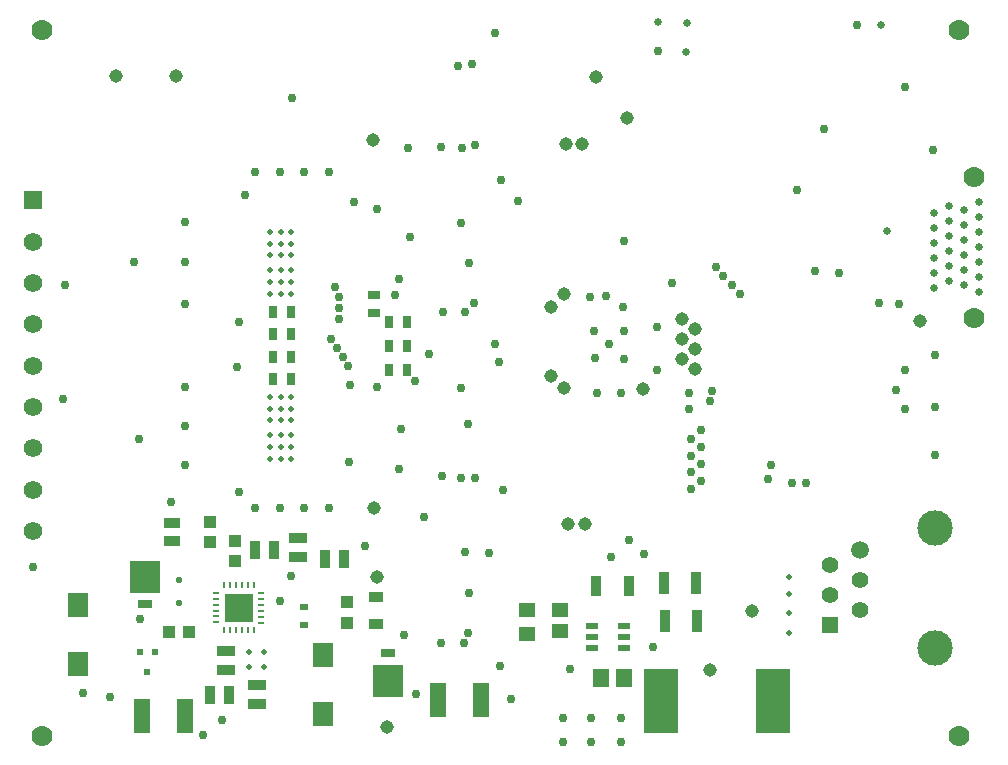
<source format=gbs>
G04*
G04 #@! TF.GenerationSoftware,Altium Limited,Altium Designer,22.0.2 (36)*
G04*
G04 Layer_Color=16711935*
%FSLAX24Y24*%
%MOIN*%
G70*
G04*
G04 #@! TF.SameCoordinates,DE06566D-9B10-4468-8ADE-4E205E6E5B4C*
G04*
G04*
G04 #@! TF.FilePolarity,Negative*
G04*
G01*
G75*
%ADD24R,0.0394X0.0315*%
%ADD36R,0.0576X0.0494*%
%ADD38R,0.0354X0.0748*%
%ADD42R,0.0554X0.0615*%
%ADD43R,0.0374X0.0669*%
%ADD44R,0.0433X0.0236*%
%ADD63C,0.0700*%
%ADD64C,0.0200*%
%ADD65C,0.0260*%
%ADD66C,0.1181*%
%ADD67C,0.0591*%
%ADD68C,0.0551*%
%ADD69R,0.0551X0.0551*%
%ADD70C,0.0617*%
%ADD71R,0.0617X0.0617*%
%ADD72C,0.0300*%
%ADD73C,0.0450*%
%ADD74C,0.0220*%
%ADD93R,0.0315X0.0394*%
%ADD94R,0.0551X0.1142*%
%ADD95R,0.0500X0.0300*%
%ADD96R,0.1000X0.1051*%
%ADD97R,0.0236X0.0236*%
%ADD98R,0.0669X0.0787*%
%ADD99R,0.0315X0.0197*%
%ADD100R,0.0098X0.0236*%
%ADD101R,0.0236X0.0098*%
%ADD102R,0.0965X0.0965*%
%ADD103R,0.0374X0.0591*%
%ADD104R,0.0591X0.0374*%
%ADD105R,0.0394X0.0394*%
%ADD106R,0.0394X0.0394*%
%ADD107R,0.0531X0.0374*%
%ADD108R,0.0512X0.0354*%
%ADD109R,0.1181X0.2165*%
%ADD110R,0.0536X0.0455*%
D24*
X26200Y24255D02*
D03*
Y24845D02*
D03*
D36*
X31300Y14357D02*
D03*
Y13550D02*
D03*
D38*
X36950Y15250D02*
D03*
X35887D02*
D03*
X35900Y14000D02*
D03*
X36963D02*
D03*
D42*
X34525Y12100D02*
D03*
X33775D02*
D03*
D43*
X34700Y15150D02*
D03*
X33598D02*
D03*
D44*
X34550Y13076D02*
D03*
X33487D02*
D03*
Y13446D02*
D03*
X34550Y13824D02*
D03*
X33487D02*
D03*
X34550Y13450D02*
D03*
D63*
X46196Y28796D02*
D03*
Y24096D02*
D03*
X45700Y33700D02*
D03*
Y10150D02*
D03*
X15150D02*
D03*
Y33700D02*
D03*
D64*
X40050Y13600D02*
D03*
Y14250D02*
D03*
Y14900D02*
D03*
Y15450D02*
D03*
X22050Y12950D02*
D03*
Y12450D02*
D03*
X22550D02*
D03*
X22555Y12957D02*
D03*
X21698Y14433D02*
D03*
X21400Y14100D02*
D03*
X22000D02*
D03*
Y14750D02*
D03*
X21400D02*
D03*
X23441Y19395D02*
D03*
X23099Y19393D02*
D03*
X22749D02*
D03*
X23441Y19795D02*
D03*
X23099Y19793D02*
D03*
X22749D02*
D03*
X23441Y20195D02*
D03*
X23099Y20193D02*
D03*
X22749D02*
D03*
X23449Y20693D02*
D03*
X23099D02*
D03*
X22749D02*
D03*
X23449Y21043D02*
D03*
X23099D02*
D03*
X22749D02*
D03*
X23449Y21443D02*
D03*
X23099D02*
D03*
X22749D02*
D03*
X23441Y24902D02*
D03*
X23099Y24900D02*
D03*
X22749D02*
D03*
X23441Y25302D02*
D03*
X23099Y25300D02*
D03*
X22749D02*
D03*
X23441Y25702D02*
D03*
X23099Y25700D02*
D03*
X22749D02*
D03*
X23449Y26200D02*
D03*
X23099D02*
D03*
X22749D02*
D03*
X23449Y26550D02*
D03*
X23099D02*
D03*
X22749D02*
D03*
X23449Y26950D02*
D03*
X23099D02*
D03*
X22749D02*
D03*
D65*
X45376Y25826D02*
D03*
Y26826D02*
D03*
Y27326D02*
D03*
X44876Y25076D02*
D03*
Y27076D02*
D03*
Y27576D02*
D03*
X45376Y25326D02*
D03*
Y27826D02*
D03*
X44876Y26076D02*
D03*
Y25576D02*
D03*
X45376Y26326D02*
D03*
X44876Y26576D02*
D03*
X46376Y27946D02*
D03*
Y25946D02*
D03*
Y26946D02*
D03*
Y25446D02*
D03*
Y26446D02*
D03*
X45876Y25196D02*
D03*
Y27696D02*
D03*
Y27196D02*
D03*
Y25696D02*
D03*
Y26196D02*
D03*
X46376Y27446D02*
D03*
X45876Y26696D02*
D03*
X46376Y24946D02*
D03*
X43300Y27000D02*
D03*
X43100Y33850D02*
D03*
X35690Y33966D02*
D03*
X36628Y33916D02*
D03*
X36593Y32973D02*
D03*
D66*
X44897Y13102D02*
D03*
Y17102D02*
D03*
D67*
X42397Y16350D02*
D03*
D68*
X41397Y15850D02*
D03*
X42397Y15350D02*
D03*
X41397Y14850D02*
D03*
X42397Y14350D02*
D03*
D69*
X41397Y13850D02*
D03*
D70*
X14850Y23878D02*
D03*
Y25256D02*
D03*
Y18366D02*
D03*
Y19744D02*
D03*
Y16988D02*
D03*
Y26634D02*
D03*
Y22500D02*
D03*
Y21122D02*
D03*
D71*
Y28012D02*
D03*
D72*
X29579Y18761D02*
D03*
X29102D02*
D03*
X41700Y25600D02*
D03*
X40900Y25650D02*
D03*
X21150Y10700D02*
D03*
X20500Y10200D02*
D03*
X33450Y9950D02*
D03*
Y10750D02*
D03*
X34450Y9950D02*
D03*
X32500D02*
D03*
X34437Y10775D02*
D03*
X32500Y10750D02*
D03*
X19900Y24550D02*
D03*
X14850Y15800D02*
D03*
X19450Y17950D02*
D03*
X15850Y21400D02*
D03*
X15900Y25200D02*
D03*
X21700Y18300D02*
D03*
X44900Y22850D02*
D03*
X34427Y21600D02*
D03*
X35650Y22350D02*
D03*
Y23800D02*
D03*
X36150Y25250D02*
D03*
X33400Y24800D02*
D03*
X43900Y31800D02*
D03*
X42300Y33850D02*
D03*
X43700Y24550D02*
D03*
X16500Y11600D02*
D03*
X44900Y21142D02*
D03*
Y19542D02*
D03*
X19900Y19200D02*
D03*
X27600Y11550D02*
D03*
X17400Y11450D02*
D03*
X18400Y14050D02*
D03*
X25914Y16487D02*
D03*
X30760Y11393D02*
D03*
X23073Y14666D02*
D03*
X44846Y29682D02*
D03*
X32732Y12408D02*
D03*
X41206Y30402D02*
D03*
X35524Y13140D02*
D03*
X35206Y16218D02*
D03*
X34104Y16140D02*
D03*
X34714Y16694D02*
D03*
X35687Y33008D02*
D03*
X23883Y17750D02*
D03*
X18368Y20062D02*
D03*
X27194Y13537D02*
D03*
X29387Y14915D02*
D03*
X26317Y27711D02*
D03*
X25415Y21850D02*
D03*
X25372Y19300D02*
D03*
X25557Y27952D02*
D03*
X27334Y29762D02*
D03*
X39349Y18741D02*
D03*
X30500Y18350D02*
D03*
X36781Y18382D02*
D03*
X37104Y18663D02*
D03*
X36781Y18945D02*
D03*
X37104Y20351D02*
D03*
Y19788D02*
D03*
X36781Y20070D02*
D03*
X37414Y21320D02*
D03*
X37485Y21662D02*
D03*
X38400Y24900D02*
D03*
X36781Y19507D02*
D03*
X37104Y19226D02*
D03*
X39440Y19193D02*
D03*
X27050Y19050D02*
D03*
Y25400D02*
D03*
X26900Y24850D02*
D03*
X34525Y26653D02*
D03*
X27581Y22000D02*
D03*
X29485Y32544D02*
D03*
X29018Y32489D02*
D03*
X28426Y29785D02*
D03*
X29131Y29760D02*
D03*
X29560Y29872D02*
D03*
X29535Y24598D02*
D03*
X29237Y24300D02*
D03*
X23067Y17750D02*
D03*
X30028Y16257D02*
D03*
X33574Y22743D02*
D03*
X33550Y23672D02*
D03*
X33937Y24823D02*
D03*
X34500Y24466D02*
D03*
X31000Y28000D02*
D03*
X24700Y28950D02*
D03*
X23450Y15500D02*
D03*
X22250Y17750D02*
D03*
X24700D02*
D03*
X23883Y28950D02*
D03*
X23067D02*
D03*
X22250D02*
D03*
X30450Y28700D02*
D03*
X37850Y25500D02*
D03*
X37600Y25800D02*
D03*
X38150Y25200D02*
D03*
X28484Y18814D02*
D03*
X26300Y21800D02*
D03*
X36700Y21050D02*
D03*
X24903Y25128D02*
D03*
X25050Y24426D02*
D03*
X29100Y27250D02*
D03*
X29111Y21750D02*
D03*
X29350Y13600D02*
D03*
X29250Y16300D02*
D03*
X25052Y24776D02*
D03*
X24783Y23397D02*
D03*
X24972Y23098D02*
D03*
X25161Y22799D02*
D03*
X25350Y22500D02*
D03*
X27864Y17444D02*
D03*
X19900Y20500D02*
D03*
Y25950D02*
D03*
X18200D02*
D03*
X27100Y20400D02*
D03*
X27400Y26800D02*
D03*
X25050Y24050D02*
D03*
X19900Y21800D02*
D03*
X21650Y22450D02*
D03*
X21700Y23950D02*
D03*
X19900Y27289D02*
D03*
X21900Y28200D02*
D03*
X23471Y31429D02*
D03*
X30398Y12502D02*
D03*
X29350Y20550D02*
D03*
X33648Y21600D02*
D03*
X40150Y18600D02*
D03*
X43600Y21700D02*
D03*
X28050Y22900D02*
D03*
X30238Y23238D02*
D03*
X30373Y22623D02*
D03*
X29372Y25920D02*
D03*
X30250Y33600D02*
D03*
X34550Y22722D02*
D03*
X34050Y23222D02*
D03*
X34550Y23672D02*
D03*
X40300Y28350D02*
D03*
X43055Y24605D02*
D03*
X43900Y22350D02*
D03*
X36700Y21600D02*
D03*
X43900Y21050D02*
D03*
X28450Y13250D02*
D03*
X29200D02*
D03*
X28515Y24300D02*
D03*
X40600Y18600D02*
D03*
D73*
X44400Y24000D02*
D03*
X37400Y12350D02*
D03*
X26650Y10450D02*
D03*
X34650Y30750D02*
D03*
X17600Y32150D02*
D03*
X26200Y17750D02*
D03*
X26300Y15450D02*
D03*
X19600Y32150D02*
D03*
X33592Y32130D02*
D03*
X33250Y17237D02*
D03*
X26172Y30019D02*
D03*
X32550Y24900D02*
D03*
X32100Y24450D02*
D03*
X38792Y14330D02*
D03*
X32661Y17237D02*
D03*
X32550Y21759D02*
D03*
X32100Y22156D02*
D03*
X35176Y21715D02*
D03*
X32600Y29900D02*
D03*
X33150D02*
D03*
X36909Y23717D02*
D03*
X36463Y24050D02*
D03*
X36909Y22385D02*
D03*
Y23051D02*
D03*
X36463Y22718D02*
D03*
Y23384D02*
D03*
D74*
X19692Y15366D02*
D03*
X19705Y14577D02*
D03*
D93*
X27295Y23950D02*
D03*
X26705D02*
D03*
X27295Y23150D02*
D03*
X26705D02*
D03*
X27295Y22350D02*
D03*
X26705D02*
D03*
X22855Y24300D02*
D03*
X23445D02*
D03*
X22855Y23550D02*
D03*
X23445D02*
D03*
X22855Y22800D02*
D03*
X23445D02*
D03*
X22855Y22050D02*
D03*
X23445D02*
D03*
D94*
X19908Y10842D02*
D03*
X18491D02*
D03*
X28349Y11348D02*
D03*
X29766D02*
D03*
D95*
X18579Y14546D02*
D03*
X26660Y12912D02*
D03*
D96*
X18579Y15471D02*
D03*
X26660Y11987D02*
D03*
D97*
X18657Y12300D02*
D03*
X18401Y12970D02*
D03*
X18913D02*
D03*
D98*
X16350Y12566D02*
D03*
Y14534D02*
D03*
X24495Y10885D02*
D03*
Y12854D02*
D03*
D99*
X23886Y14464D02*
D03*
Y13874D02*
D03*
D100*
X21207Y13685D02*
D03*
X22192D02*
D03*
X21995D02*
D03*
X21798D02*
D03*
X21601D02*
D03*
X21404D02*
D03*
X21207Y15181D02*
D03*
X22192D02*
D03*
X21995D02*
D03*
X21798D02*
D03*
X21601D02*
D03*
X21404D02*
D03*
D101*
X22446Y13942D02*
D03*
Y14926D02*
D03*
Y14533D02*
D03*
Y14336D02*
D03*
Y14139D02*
D03*
X20950Y13948D02*
D03*
Y14933D02*
D03*
Y14736D02*
D03*
Y14539D02*
D03*
Y14342D02*
D03*
Y14145D02*
D03*
X22446Y14730D02*
D03*
D102*
X21698Y14433D02*
D03*
D103*
X22252Y16354D02*
D03*
X22882D02*
D03*
X20737Y11514D02*
D03*
X21367D02*
D03*
X24584Y16067D02*
D03*
X25214D02*
D03*
D104*
X22306Y11227D02*
D03*
Y11857D02*
D03*
X21281Y13005D02*
D03*
Y12375D02*
D03*
X23682Y16756D02*
D03*
Y16126D02*
D03*
D105*
X21563Y15985D02*
D03*
Y16655D02*
D03*
X20751Y16625D02*
D03*
Y17295D02*
D03*
X25296Y14611D02*
D03*
Y13941D02*
D03*
D106*
X19388Y13628D02*
D03*
X20057D02*
D03*
D107*
X19463Y17254D02*
D03*
Y16664D02*
D03*
D108*
X26271Y14805D02*
D03*
Y13899D02*
D03*
D109*
X39514Y11339D02*
D03*
X35774D02*
D03*
D110*
X32400Y14345D02*
D03*
Y13655D02*
D03*
M02*

</source>
